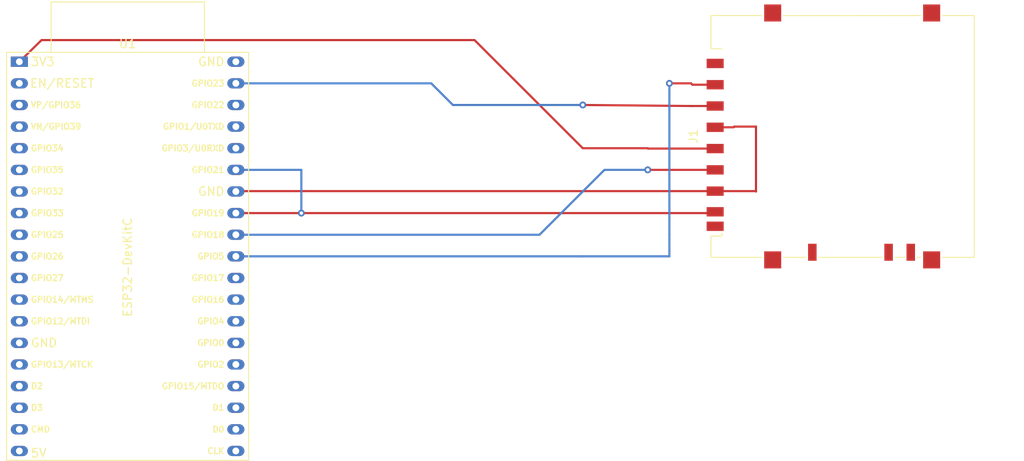
<source format=kicad_pcb>
(kicad_pcb (version 20240108) (generator "pcbnew") (generator_version "8.0")
  (layers (0 "F.Cu" signal) (31 "B.Cu" signal) (34 "B.Paste" user) (35 "F.Paste" user) (36 "B.SilkS" user "B.Silkscreen") (37 "F.SilkS" user "F.Silkscreen") (38 "B.Mask" user) (39 "F.Mask" user) (44 "Edge.Cuts" user))
  (net 0 "")
  (net 1 "Net-(J1-DAT0)")
  (net 3 "Net-(J1-CLK)")
  (net 4 "GND")
  (net 5 "Net-(J1-CMD)")
  (net 7 "Net-(J1-CD{slash}DAT3)")
  (net 8 "Net-(J1-VDD)")
  (net 31 "+5V")
  (footprint "PCM_Espressif:ESP32-DevKitC" (layer "F.Cu") (at 55.815 43.18)
    (property "Reference" "U1" (at 12.7 -2.1 0) (layer "F.SilkS"))
    (property "Value" "ESP32-DevKitC" (at 12.7 24.13 90) (layer "F.SilkS"))
    (fp_line (start -1.5 46.82) (end 26.899999 46.82) (stroke (width 0.12)) (layer "F.SilkS"))
    (fp_line (start -1.499999 -1.1) (end -1.5 46.82) (stroke (width 0.12)) (layer "F.SilkS"))
    (fp_line (start 3.73012 -7.01312) (end 21.71332 -7.01312) (stroke (width 0.12)) (layer "F.SilkS"))
    (fp_line (start 3.73012 -1.12032) (end 3.73012 -7.01312) (stroke (width 0.12)) (layer "F.SilkS"))
    (fp_line (start 21.71332 -7.01312) (end 21.71332 -1.12032) (stroke (width 0.12)) (layer "F.SilkS"))
    (fp_line (start 26.899999 46.82) (end 26.9 -1.1) (stroke (width 0.12)) (layer "F.SilkS"))
    (fp_line (start 26.9 -1.1) (end -1.499999 -1.1) (stroke (width 0.12)) (layer "F.SilkS"))
    (fp_text user "GPIO22" (at 24.13 5.08 0) (layer "F.SilkS") (effects (font (size 0.7 0.7)) (justify right)))
    (fp_text user "CLK" (at 24.13 45.72 0) (layer "F.SilkS") (effects (font (size 0.7 0.7)) (justify right)))
    (fp_text user "VN/GPIO39" (at 1.27 7.62 0) (layer "F.SilkS") (effects (font (size 0.7 0.7)) (justify left)))
    (fp_text user "GND" (at 1.27 33.02 0) (layer "F.SilkS") (effects (justify left)))
    (fp_text user "GND" (at 24.13 15.24 0) (layer "F.SilkS") (effects (justify right)))
    (fp_text user "CMD" (at 1.27 43.18 0) (layer "F.SilkS") (effects (font (size 0.7 0.7)) (justify left)))
    (fp_text user "GPIO1/U0TXD" (at 24.13 7.62 0) (layer "F.SilkS") (effects (font (size 0.7 0.7)) (justify right)))
    (fp_text user "GPIO2" (at 24.13 35.56 0) (layer "F.SilkS") (effects (font (size 0.7 0.7)) (justify right)))
    (fp_text user "VP/GPIO36" (at 1.27 5.08 0) (layer "F.SilkS") (effects (font (size 0.7 0.7)) (justify left)))
    (fp_text user "GPIO34" (at 1.27 10.16 0) (layer "F.SilkS") (effects (font (size 0.7 0.7)) (justify left)))
    (fp_text user "GPIO3/U0RXD" (at 24.13 10.16 0) (layer "F.SilkS") (effects (font (size 0.7 0.7)) (justify right)))
    (fp_text user "3V3" (at 1.27 0 0) (layer "F.SilkS") (effects (justify left)))
    (fp_text user "GPIO15/MTDO" (at 24.13 38.1 0) (layer "F.SilkS") (effects (font (size 0.7 0.7)) (justify right)))
    (fp_text user "D2" (at 1.27 38.1 0) (layer "F.SilkS") (effects (font (size 0.7 0.7)) (justify left)))
    (fp_text user "GPIO12/MTDI" (at 1.27 30.48 0) (layer "F.SilkS") (effects (font (size 0.7 0.7)) (justify left)))
    (fp_text user "GPIO32" (at 1.27 15.24 0) (layer "F.SilkS") (effects (font (size 0.7 0.7)) (justify left)))
    (fp_text user "GPIO21" (at 24.13 12.7 0) (layer "F.SilkS") (effects (font (size 0.7 0.7)) (justify right)))
    (fp_text user "GPIO23" (at 24.13 2.54 0) (layer "F.SilkS") (effects (font (size 0.7 0.7)) (justify right)))
    (fp_text user "GPIO14/MTMS" (at 1.27 27.94 0) (layer "F.SilkS") (effects (font (size 0.7 0.7)) (justify left)))
    (fp_text user "GPIO18" (at 24.13 20.32 0) (layer "F.SilkS") (effects (font (size 0.7 0.7)) (justify right)))
    (fp_text user "5V" (at 1.26632 45.97128 0) (layer "F.SilkS") (effects (justify left)))
    (fp_text user "GPIO4" (at 24.13 30.48 0) (layer "F.SilkS") (effects (font (size 0.7 0.7)) (justify right)))
    (fp_text user "GND" (at 24.13 0 0) (layer "F.SilkS") (effects (justify right)))
    (fp_text user "GPIO13/MTCK" (at 1.27 35.56 0) (layer "F.SilkS") (effects (font (size 0.7 0.7)) (justify left)))
    (fp_text user "GPIO33" (at 1.27 17.78 0) (layer "F.SilkS") (effects (font (size 0.7 0.7)) (justify left)))
    (fp_text user "GPIO19" (at 24.13 17.78 0) (layer "F.SilkS") (effects (font (size 0.7 0.7)) (justify right)))
    (fp_text user "GPIO17" (at 24.13 25.4 0) (layer "F.SilkS") (effects (font (size 0.7 0.7)) (justify right)))
    (fp_text user "GPIO0" (at 24.13 33.02 0) (layer "F.SilkS") (effects (font (size 0.7 0.7)) (justify right)))
    (fp_text user "GPIO16" (at 24.13 27.94 0) (layer "F.SilkS") (effects (font (size 0.7 0.7)) (justify right)))
    (fp_text user "D1" (at 24.13 40.64 0) (layer "F.SilkS") (effects (font (size 0.7 0.7)) (justify right)))
    (fp_text user "GPIO27" (at 1.27 25.4 0) (layer "F.SilkS") (effects (font (size 0.7 0.7)) (justify left)))
    (fp_text user "D3" (at 1.27 40.64 0) (layer "F.SilkS") (effects (font (size 0.7 0.7)) (justify left)))
    (fp_text user "GPIO5" (at 24.13 22.86 0) (layer "F.SilkS") (effects (font (size 0.7 0.7)) (justify right)))
    (fp_text user "GPIO35" (at 1.27 12.7 0) (layer "F.SilkS") (effects (font (size 0.7 0.7)) (justify left)))
    (fp_text user "GPIO25" (at 1.27 20.32 0) (layer "F.SilkS") (effects (font (size 0.7 0.7)) (justify left)))
    (fp_text user "GPIO26" (at 1.27 22.86 0) (layer "F.SilkS") (effects (font (size 0.7 0.7)) (justify left)))
    (fp_text user "D0" (at 24.13 43.18 0) (layer "F.SilkS") (effects (font (size 0.7 0.7)) (justify right)))
    (fp_text user "EN/RESET" (at 8.88632 2.53728 0) (layer "F.SilkS") (effects (justify right)))
    (pad "1" thru_hole rect (at 0 0 270) (size 1.2 2) (drill 0.8) (layers "*.Cu" "*.Mask") (net 8 "Net-(J1-VDD)"))
    (pad "2" thru_hole oval (at 0 2.54 270) (size 1.2 2) (drill 0.8) (layers "*.Cu" "*.Mask"))
    (pad "3" thru_hole oval (at 0 5.08 270) (size 1.2 2) (drill 0.8) (layers "*.Cu" "*.Mask"))
    (pad "4" thru_hole oval (at 0 7.62 270) (size 1.2 2) (drill 0.8) (layers "*.Cu" "*.Mask"))
    (pad "5" thru_hole oval (at 0 10.16 270) (size 1.2 2) (drill 0.8) (layers "*.Cu" "*.Mask"))
    (pad "6" thru_hole oval (at 0 12.7 270) (size 1.2 2) (drill 0.8) (layers "*.Cu" "*.Mask"))
    (pad "7" thru_hole oval (at 0 15.24 270) (size 1.2 2) (drill 0.8) (layers "*.Cu" "*.Mask"))
    (pad "8" thru_hole oval (at 0 17.78 270) (size 1.2 2) (drill 0.8) (layers "*.Cu" "*.Mask"))
    (pad "9" thru_hole oval (at 0 20.32 270) (size 1.2 2) (drill 0.8) (layers "*.Cu" "*.Mask"))
    (pad "10" thru_hole oval (at 0 22.86 270) (size 1.2 2) (drill 0.8) (layers "*.Cu" "*.Mask"))
    (pad "11" thru_hole oval (at 0 25.4 270) (size 1.2 2) (drill 0.8) (layers "*.Cu" "*.Mask"))
    (pad "12" thru_hole oval (at 0 27.94 270) (size 1.2 2) (drill 0.8) (layers "*.Cu" "*.Mask"))
    (pad "13" thru_hole oval (at 0 30.48 270) (size 1.2 2) (drill 0.8) (layers "*.Cu" "*.Mask"))
    (pad "14" thru_hole oval (at 0 33.02 270) (size 1.2 2) (drill 0.8) (layers "*.Cu" "*.Mask") (net 4 "GND"))
    (pad "15" thru_hole oval (at 0 35.56 270) (size 1.2 2) (drill 0.8) (layers "*.Cu" "*.Mask"))
    (pad "16" thru_hole oval (at 0 38.1 270) (size 1.2 2) (drill 0.8) (layers "*.Cu" "*.Mask"))
    (pad "17" thru_hole oval (at 0 40.64 270) (size 1.2 2) (drill 0.8) (layers "*.Cu" "*.Mask"))
    (pad "18" thru_hole oval (at 0 43.18 270) (size 1.2 2) (drill 0.8) (layers "*.Cu" "*.Mask"))
    (pad "19" thru_hole oval (at 0 45.72 270) (size 1.2 2) (drill 0.8) (layers "*.Cu" "*.Mask") (net 31 "+5V"))
    (pad "20" thru_hole oval (at 25.39632 45.71728 270) (size 1.2 2) (drill 0.8) (layers "*.Cu" "*.Mask"))
    (pad "21" thru_hole oval (at 25.39632 43.17728 270) (size 1.2 2) (drill 0.8) (layers "*.Cu" "*.Mask"))
    (pad "22" thru_hole oval (at 25.4 40.64 270) (size 1.2 2) (drill 0.8) (layers "*.Cu" "*.Mask"))
    (pad "23" thru_hole oval (at 25.4 38.1 270) (size 1.2 2) (drill 0.8) (layers "*.Cu" "*.Mask"))
    (pad "24" thru_hole oval (at 25.4 35.56 270) (size 1.2 2) (drill 0.8) (layers "*.Cu" "*.Mask"))
    (pad "25" thru_hole oval (at 25.4 33.02 270) (size 1.2 2) (drill 0.8) (layers "*.Cu" "*.Mask"))
    (pad "26" thru_hole oval (at 25.4 30.48 270) (size 1.2 2) (drill 0.8) (layers "*.Cu" "*.Mask"))
    (pad "27" thru_hole oval (at 25.4 27.94 270) (size 1.2 2) (drill 0.8) (layers "*.Cu" "*.Mask"))
    (pad "28" thru_hole oval (at 25.4 25.4 270) (size 1.2 2) (drill 0.8) (layers "*.Cu" "*.Mask"))
    (pad "29" thru_hole oval (at 25.4 22.86 270) (size 1.2 2) (drill 0.8) (layers "*.Cu" "*.Mask") (net 7 "Net-(J1-CD{slash}DAT3)"))
    (pad "30" thru_hole oval (at 25.4 20.32 270) (size 1.2 2) (drill 0.8) (layers "*.Cu" "*.Mask") (net 3 "Net-(J1-CLK)"))
    (pad "31" thru_hole oval (at 25.4 17.78 270) (size 1.2 2) (drill 0.8) (layers "*.Cu" "*.Mask") (net 1 "Net-(J1-DAT0)"))
    (pad "32" thru_hole oval (at 25.4 15.24 270) (size 1.2 2) (drill 0.8) (layers "*.Cu" "*.Mask") (net 4 "GND"))
    (pad "33" thru_hole oval (at 25.4 12.7 270) (size 1.2 2) (drill 0.8) (layers "*.Cu" "*.Mask") (net 1 "Net-(J1-DAT0)"))
    (pad "34" thru_hole oval (at 25.4 10.16 270) (size 1.2 2) (drill 0.8) (layers "*.Cu" "*.Mask"))
    (pad "35" thru_hole oval (at 25.4 7.62 270) (size 1.2 2) (drill 0.8) (layers "*.Cu" "*.Mask"))
    (pad "36" thru_hole oval (at 25.4 5.08 270) (size 1.2 2) (drill 0.8) (layers "*.Cu" "*.Mask"))
    (pad "37" thru_hole oval (at 25.4 2.54 270) (size 1.2 2) (drill 0.8) (layers "*.Cu" "*.Mask") (net 5 "Net-(J1-CMD)"))
    (pad "38" thru_hole oval (at 25.4 0 270) (size 1.2 2) (drill 0.8) (layers "*.Cu" "*.Mask") (net 4 "GND"))
  )
  (footprint "Connector_Card:SD_Hirose_DM1AA_SF_PEJ82" (layer "F.Cu") (at 152.4 51.955 90)
    (property "Reference" "J1" (at 0 -17.5 270) (layer "F.SilkS"))
    (property "Value" "SD_Card")
    (fp_line (start 14.2 -15.45) (end 10.3 -15.45) (stroke (width 0.12)) (layer "F.SilkS"))
    (fp_line (start 14.2 -15.45) (end 14.2 -9.46) (stroke (width 0.12)) (layer "F.SilkS"))
    (fp_line (start 10.3 -15.45) (end 10.3 -14.15) (stroke (width 0.12)) (layer "F.SilkS"))
    (fp_line (start -11.7 -15.45) (end -11.7 -14.15) (stroke (width 0.12)) (layer "F.SilkS"))
    (fp_line (start -14.2 -15.45) (end -11.7 -15.45) (stroke (width 0.12)) (layer "F.SilkS"))
    (fp_line (start -11.7 -14.15) (end -11.36 -14.15) (stroke (width 0.12)) (layer "F.SilkS"))
    (fp_line (start -14.2 -9.46) (end -14.2 -15.45) (stroke (width 0.12)) (layer "F.SilkS"))
    (fp_line (start 14.19 -6.94) (end 14.2 9.19) (stroke (width 0.12)) (layer "F.SilkS"))
    (fp_line (start -14.2 -4.31) (end -14.2 -6.94) (stroke (width 0.12)) (layer "F.SilkS"))
    (fp_line (start -14.2 4.63) (end -14.2 -2.79) (stroke (width 0.12)) (layer "F.SilkS"))
    (fp_line (start -14.2 7.24) (end -14.2 6.16) (stroke (width 0.12)) (layer "F.SilkS"))
    (fp_line (start -14.2 9.19) (end -14.2 8.76) (stroke (width 0.12)) (layer "F.SilkS"))
    (fp_line (start 14.2 11.71) (end 14.2 15.45) (stroke (width 0.12)) (layer "F.SilkS"))
    (fp_line (start 14.2 15.45) (end -14.2 15.45) (stroke (width 0.12)) (layer "F.SilkS"))
    (fp_line (start -14.2 15.45) (end -14.2 11.71) (stroke (width 0.12)) (layer "F.SilkS"))
    (pad "" np_thru_hole circle (at -11.9 -12.75 90) (size 1.3 1.3) (drill 1.3) (layers "*.Cu" "*.Mask"))
    (pad "" np_thru_hole circle (at 10.5 -12.75 90) (size 1.3 1.3) (drill 1.3) (layers "*.Cu" "*.Mask"))
    (pad "1" smd rect (at 6.075 -14.95 90) (size 1.1 2) (layers "F.Cu" "F.Paste" "F.Mask") (net 7 "Net-(J1-CD{slash}DAT3)"))
    (pad "2" smd rect (at 3.575 -14.95 90) (size 1.1 2) (layers "F.Cu" "F.Paste" "F.Mask") (net 5 "Net-(J1-CMD)"))
    (pad "3" smd rect (at 1.075 -14.95 90) (size 1.1 2) (layers "F.Cu" "F.Paste" "F.Mask") (net 4 "GND"))
    (pad "4" smd rect (at -1.425 -14.95 90) (size 1.1 2) (layers "F.Cu" "F.Paste" "F.Mask") (net 8 "Net-(J1-VDD)"))
    (pad "5" smd rect (at -3.925 -14.95 90) (size 1.1 2) (layers "F.Cu" "F.Paste" "F.Mask") (net 3 "Net-(J1-CLK)"))
    (pad "6" smd rect (at -6.425 -14.95 90) (size 1.1 2) (layers "F.Cu" "F.Paste" "F.Mask") (net 4 "GND"))
    (pad "7" smd rect (at -8.85 -14.95 90) (size 1.1 2) (layers "F.Cu" "F.Paste" "F.Mask") (net 1 "Net-(J1-DAT0)"))
    (pad "8" smd rect (at -10.55 -14.95 90) (size 1.1 2) (layers "F.Cu" "F.Paste" "F.Mask"))
    (pad "9" smd rect (at 8.575 -14.95 90) (size 1.1 2) (layers "F.Cu" "F.Paste" "F.Mask"))
    (pad "CP" smd rect (at -13.6 -3.55 90) (size 2 1) (layers "F.Cu" "F.Paste" "F.Mask"))
    (pad "SH" smd rect (at -14.5 -8.2 90) (size 2 2) (layers "F.Cu" "F.Paste" "F.Mask"))
    (pad "SH" smd rect (at -14.5 10.45 90) (size 2 2) (layers "F.Cu" "F.Paste" "F.Mask"))
    (pad "SH" smd rect (at 14.5 -8.2 90) (size 2 2) (layers "F.Cu" "F.Paste" "F.Mask"))
    (pad "SH" smd rect (at 14.5 10.45 90) (size 2 2) (layers "F.Cu" "F.Paste" "F.Mask"))
    (pad "SW" smd rect (at -13.6 8 90) (size 2 1) (layers "F.Cu" "F.Paste" "F.Mask"))
    (pad "WP" smd rect (at -13.6 5.4 90) (size 2 1) (layers "F.Cu" "F.Paste" "F.Mask"))
  )
  (segment (start 81.215 60.96) (end 88.9 60.96) (width 0.25) (layer "F.Cu") (net 1))
  (segment (start 137.295 60.96) (end 137.45 60.805) (width 0.25) (layer "F.Cu") (net 1))
  (segment (start 88.9 60.96) (end 137.295 60.96) (width 0.25) (layer "F.Cu") (net 1))
  (via (at 88.9 60.96) (size 0.8) (drill 0.4) (layers "F.Cu" "B.Cu") (net 1))
  (segment (start 88.9 55.88) (end 88.9 60.96) (width 0.25) (layer "B.Cu") (net 1))
  (segment (start 81.215 55.88) (end 88.9 55.88) (width 0.25) (layer "B.Cu") (net 1))
  (segment (start 129.54 55.88) (end 137.45 55.88) (width 0.25) (layer "F.Cu") (net 3))
  (via (at 129.54 55.88) (size 0.8) (drill 0.4) (layers "F.Cu" "B.Cu") (net 3))
  (segment (start 124.46 55.88) (end 129.54 55.88) (width 0.25) (layer "B.Cu") (net 3))
  (segment (start 116.84 63.5) (end 124.46 55.88) (width 0.25) (layer "B.Cu") (net 3))
  (segment (start 81.215 63.5) (end 116.84 63.5) (width 0.25) (layer "B.Cu") (net 3))
  (segment (start 142.24 58.42) (end 142.24 50.8) (width 0.25) (layer "F.Cu") (net 4))
  (segment (start 137.45 58.38) (end 142.2 58.38) (width 0.25) (layer "F.Cu") (net 4))
  (segment (start 142.2 58.38) (end 142.24 58.42) (width 0.25) (layer "F.Cu") (net 4))
  (segment (start 139.62 50.88) (end 137.45 50.88) (width 0.25) (layer "F.Cu") (net 4))
  (segment (start 139.7 50.8) (end 139.62 50.88) (width 0.25) (layer "F.Cu") (net 4))
  (segment (start 142.24 50.8) (end 139.7 50.8) (width 0.25) (layer "F.Cu") (net 4))
  (segment (start 81.255 58.38) (end 81.215 58.42) (width 0.25) (layer "F.Cu") (net 4))
  (segment (start 137.45 58.38) (end 81.255 58.38) (width 0.25) (layer "F.Cu") (net 4))
  (segment (start 121.92 48.26) (end 134.74 48.38) (width 0.25) (layer "F.Cu") (net 5))
  (segment (start 134.74 48.38) (end 137.45 48.38) (width 0.25) (layer "F.Cu") (net 5))
  (via (at 121.92 48.26) (size 0.8) (drill 0.4) (layers "F.Cu" "B.Cu") (net 5))
  (segment (start 104.14 45.72) (end 81.215 45.72) (width 0.25) (layer "B.Cu") (net 5))
  (segment (start 121.92 48.26) (end 106.68 48.26) (width 0.25) (layer "B.Cu") (net 5))
  (segment (start 106.68 48.26) (end 104.14 45.72) (width 0.25) (layer "B.Cu") (net 5))
  (segment (start 134.62 45.72) (end 134.78 45.88) (width 0.25) (layer "F.Cu") (net 7))
  (segment (start 132.08 45.72) (end 134.62 45.72) (width 0.25) (layer "F.Cu") (net 7))
  (segment (start 134.78 45.88) (end 137.45 45.88) (width 0.25) (layer "F.Cu") (net 7))
  (via (at 132.08 45.72) (size 0.8) (drill 0.4) (layers "F.Cu" "B.Cu") (net 7))
  (segment (start 132.08 63.5) (end 132.08 45.72) (width 0.25) (layer "B.Cu") (net 7))
  (segment (start 81.215 66.04) (end 121.92 66.04) (width 0.25) (layer "B.Cu") (net 7))
  (segment (start 121.92 66.04) (end 132.08 66.04) (width 0.25) (layer "B.Cu") (net 7))
  (segment (start 132.08 66.04) (end 132.08 63.5) (width 0.25) (layer "B.Cu") (net 7))
  (segment (start 121.92 53.34) (end 129.54 53.34) (width 0.25) (layer "F.Cu") (net 8))
  (segment (start 129.58 53.38) (end 137.45 53.38) (width 0.25) (layer "F.Cu") (net 8))
  (segment (start 55.815 43.18) (end 58.42 40.64) (width 0.25) (layer "F.Cu") (net 8))
  (segment (start 109.22 40.64) (end 121.92 53.34) (width 0.25) (layer "F.Cu") (net 8))
  (segment (start 129.54 53.34) (end 129.58 53.38) (width 0.25) (layer "F.Cu") (net 8))
  (segment (start 58.42 40.64) (end 109.22 40.64) (width 0.25) (layer "F.Cu") (net 8))
)
</source>
